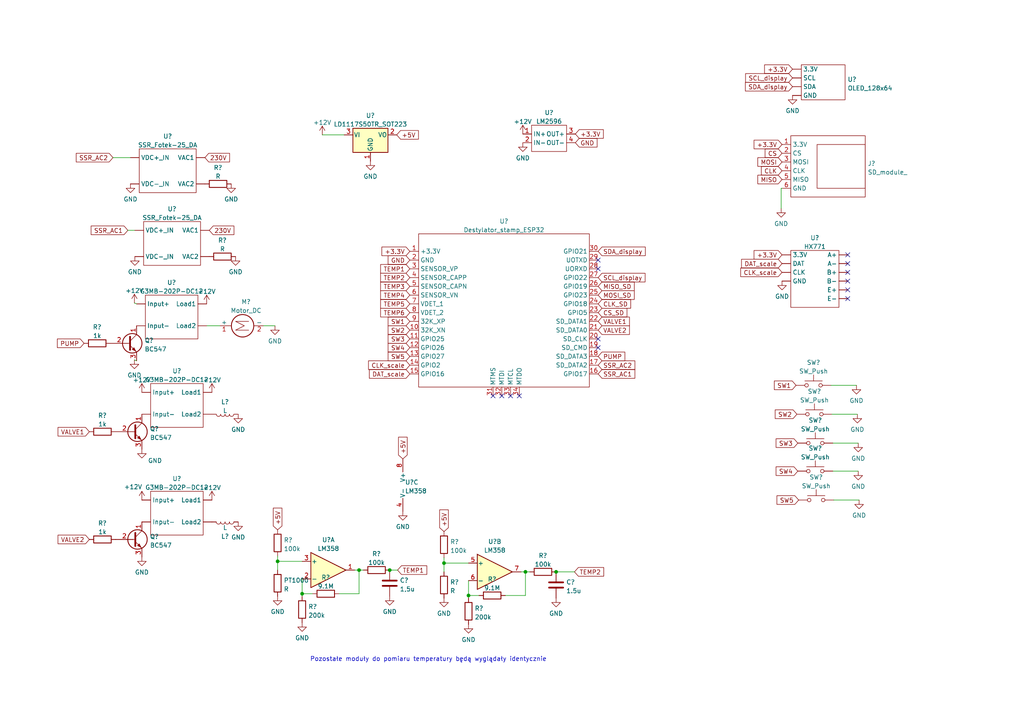
<source format=kicad_sch>
(kicad_sch (version 20211123) (generator eeschema)
  (paper "A4")
  (lib_symbols
    (symbol "Amplifier_Operational:LM358" (pin_names (offset 0.127))
      (property "Reference" "U" (at 0 5.08 0))
      (property "Value" "LM358" (at 0 -5.08 0))
      (symbol "LM358_1_1"
        (polyline (pts (xy -5.08 5.08) (xy 5.08 0) (xy -5.08 -5.08) (xy -5.08 5.08)) (stroke (width 0.254)) (fill (type background)))
        (pin output line (at 7.62 0 180) (length 2.54) (name "~") (number "1"))
        (pin input line (at -7.62 -2.54 0) (length 2.54) (name "-") (number "2"))
        (pin input line (at -7.62 2.54 0) (length 2.54) (name "+") (number "3"))
      )
      (symbol "LM358_2_1"
        (polyline (pts (xy -5.08 5.08) (xy 5.08 0) (xy -5.08 -5.08) (xy -5.08 5.08)) (stroke (width 0.254)) (fill (type background)))
        (pin input line (at -7.62 2.54 0) (length 2.54) (name "+") (number "5"))
        (pin input line (at -7.62 -2.54 0) (length 2.54) (name "-") (number "6"))
        (pin output line (at 7.62 0 180) (length 2.54) (name "~") (number "7"))
      )
      (symbol "LM358_3_1"
        (pin power_in line (at -2.54 -7.62 90) (length 3.81) (name "V-") (number "4"))
        (pin power_in line (at -2.54 7.62 270) (length 3.81) (name "V+") (number "8"))
      )
    )
    (symbol "Destylator_stamp:Destylator_stamp_ESP32"
      (property "Reference" "U" (at 10.16 -26.67 0))
      (property "Value" "Destylator_stamp_ESP32" (at 11.43 -8.89 0))
      (symbol "Destylator_stamp_ESP32_0_1"
        (rectangle (start -13.97 -3.81) (end 35.56 -48.26) (stroke (width 0.1524)))
      )
      (symbol "Destylator_stamp_ESP32_1_1"
        (pin power_in line (at -16.51 -8.89 0) (length 2.54) (name "+3.3V") (number "1"))
        (pin bidirectional line (at -16.51 -31.75 0) (length 2.54) (name "32K_XN") (number "10"))
        (pin bidirectional line (at -16.51 -34.29 0) (length 2.54) (name "GPIO25") (number "11"))
        (pin bidirectional line (at -16.51 -36.83 0) (length 2.54) (name "GPIO26") (number "12"))
        (pin bidirectional line (at -16.51 -39.37 0) (length 2.54) (name "GPIO27") (number "13"))
        (pin bidirectional line (at -16.51 -41.91 0) (length 2.54) (name "GPIO2") (number "14"))
        (pin bidirectional line (at -16.51 -44.45 0) (length 2.54) (name "GPIO16") (number "15"))
        (pin bidirectional line (at 38.1 -44.45 180) (length 2.54) (name "GPIO17") (number "16"))
        (pin bidirectional line (at 38.1 -41.91 180) (length 2.54) (name "SD_DATA2") (number "17"))
        (pin bidirectional line (at 38.1 -39.37 180) (length 2.54) (name "SD_DATA3") (number "18"))
        (pin bidirectional line (at 38.1 -36.83 180) (length 2.54) (name "SD_CMD") (number "19"))
        (pin power_out line (at -16.51 -11.43 0) (length 2.54) (name "GND") (number "2"))
        (pin bidirectional line (at 38.1 -34.29 180) (length 2.54) (name "SD_CLK") (number "20"))
        (pin bidirectional line (at 38.1 -31.75 180) (length 2.54) (name "SD_DATA0") (number "21"))
        (pin bidirectional line (at 38.1 -29.21 180) (length 2.54) (name "SD_DATA1") (number "22"))
        (pin bidirectional line (at 38.1 -26.67 180) (length 2.54) (name "GPIO5") (number "23"))
        (pin bidirectional line (at 38.1 -24.13 180) (length 2.54) (name "GPIO18") (number "24"))
        (pin bidirectional line (at 38.1 -21.59 180) (length 2.54) (name "GPIO23") (number "25"))
        (pin bidirectional line (at 38.1 -19.05 180) (length 2.54) (name "GPIO19") (number "26"))
        (pin bidirectional line (at 38.1 -16.51 180) (length 2.54) (name "GPIO22") (number "27"))
        (pin bidirectional line (at 38.1 -13.97 180) (length 2.54) (name "UORXD") (number "28"))
        (pin bidirectional line (at 38.1 -11.43 180) (length 2.54) (name "UOTXD") (number "29"))
        (pin bidirectional line (at -16.51 -13.97 0) (length 2.54) (name "SENSOR_VP") (number "3"))
        (pin bidirectional line (at 38.1 -8.89 180) (length 2.54) (name "GPIO21") (number "30"))
        (pin bidirectional line (at 7.62 -50.8 90) (length 2.54) (name "MTMS") (number "31"))
        (pin bidirectional line (at 10.16 -50.8 90) (length 2.54) (name "MTDI") (number "32"))
        (pin bidirectional line (at 12.7 -50.8 90) (length 2.54) (name "MTCL") (number "33"))
        (pin bidirectional line (at 15.24 -50.8 90) (length 2.54) (name "MTDO") (number "34"))
        (pin bidirectional line (at -16.51 -16.51 0) (length 2.54) (name "SENSOR_CAPP") (number "4"))
        (pin bidirectional line (at -16.51 -19.05 0) (length 2.54) (name "SENSOR_CAPN") (number "5"))
        (pin bidirectional line (at -16.51 -21.59 0) (length 2.54) (name "SENSOR_VN") (number "6"))
        (pin bidirectional line (at -16.51 -24.13 0) (length 2.54) (name "VDET_1") (number "7"))
        (pin bidirectional line (at -16.51 -26.67 0) (length 2.54) (name "VDET_2") (number "8"))
        (pin bidirectional line (at -16.51 -29.21 0) (length 2.54) (name "32K_XP") (number "9"))
      )
    )
    (symbol "Destylator_stamp:G3MB-202P-DC12"
      (property "Reference" "U" (at 0 0 0))
      (property "Value" "G3MB-202P-DC12" (at 0 0 0))
      (symbol "G3MB-202P-DC12_0_1"
        (rectangle (start -5.08 -2.54) (end 10.16 -15.24) (stroke (width 0.1524)))
      )
      (symbol "G3MB-202P-DC12_1_1"
        (pin input line (at -7.62 -5.08 0) (length 2.54) (name "Input+") (number ""))
        (pin input line (at -7.62 -11.43 0) (length 2.54) (name "Input-") (number ""))
        (pin output line (at 12.7 -5.08 180) (length 2.54) (name "Load1") (number ""))
        (pin bidirectional line (at 12.7 -11.43 180) (length 2.54) (name "Load2") (number ""))
      )
    )
    (symbol "Destylator_stamp:HX771"
      (property "Reference" "U" (at 0 0 0))
      (property "Value" "HX771" (at 6.35 0 0))
      (symbol "HX771_0_1"
        (rectangle (start -2.54 -1.27) (end 11.43 -17.78) (stroke (width 0.1524)))
      )
      (symbol "HX771_1_1"
        (pin input line (at -5.08 -2.54 0) (length 2.54) (name "3.3V") (number ""))
        (pin input line (at 13.97 -2.54 180) (length 2.54) (name "A+") (number ""))
        (pin input line (at 13.97 -5.08 180) (length 2.54) (name "A-") (number ""))
        (pin input line (at 13.97 -7.62 180) (length 2.54) (name "B+") (number ""))
        (pin input line (at 13.97 -10.16 180) (length 2.54) (name "B-") (number ""))
        (pin input line (at -5.08 -7.62 0) (length 2.54) (name "CLK") (number ""))
        (pin output line (at -5.08 -5.08 0) (length 2.54) (name "DAT") (number ""))
        (pin input line (at 13.97 -12.7 180) (length 2.54) (name "E+") (number ""))
        (pin input line (at 13.97 -15.24 180) (length 2.54) (name "E-") (number ""))
        (pin input line (at -5.08 -10.16 0) (length 2.54) (name "GND") (number ""))
      )
    )
    (symbol "Destylator_stamp:LM2596"
      (property "Reference" "U" (at 5.08 1.27 0))
      (property "Value" "LM2596" (at 0 1.27 0))
      (symbol "LM2596_0_1"
        (rectangle (start -3.81 0) (end 6.35 -7.62) (stroke (width 0.1524)))
      )
      (symbol "LM2596_1_1"
        (pin input line (at -6.35 -2.54 0) (length 2.54) (name "IN+") (number "1"))
        (pin input line (at -6.35 -5.08 0) (length 2.54) (name "IN-") (number "2"))
        (pin output line (at 8.89 -2.54 180) (length 2.54) (name "OUT+") (number "3"))
        (pin output line (at 8.89 -5.08 180) (length 2.54) (name "OUT-") (number "4"))
      )
    )
    (symbol "Destylator_stamp:OLED_128x64"
      (property "Reference" "U" (at 0 0 0))
      (property "Value" "OLED_128x64" (at 0 0 0))
      (symbol "OLED_128x64_0_1"
        (rectangle (start -2.54 -1.27) (end 10.16 -11.43) (stroke (width 0.1524)))
      )
      (symbol "OLED_128x64_1_1"
        (pin input line (at -5.08 -2.54 0) (length 2.54) (name "3.3V") (number ""))
        (pin input line (at -5.08 -10.16 0) (length 2.54) (name "GND") (number ""))
        (pin input line (at -5.08 -5.08 0) (length 2.54) (name "SCL") (number ""))
        (pin input line (at -5.08 -7.62 0) (length 2.54) (name "SDA") (number ""))
      )
    )
    (symbol "Destylator_stamp:SD_module_"
      (property "Reference" "J" (at 0 0 0))
      (property "Value" "SD_module_" (at 8.89 0 0))
      (symbol "SD_module__0_1"
        (rectangle (start -3.81 -1.27) (end 17.78 -19.05) (stroke (width 0.1524)))
        (rectangle (start 17.78 -3.81) (end 3.81 -16.51) (stroke (width 0.1524)))
      )
      (symbol "SD_module__1_1"
        (pin input line (at -6.35 -3.81 0) (length 2.54) (name "3.3V") (number "1"))
        (pin bidirectional line (at -6.35 -6.35 0) (length 2.54) (name "CS") (number "2"))
        (pin bidirectional line (at -6.35 -8.89 0) (length 2.54) (name "MOSI") (number "3"))
        (pin bidirectional line (at -6.35 -11.43 0) (length 2.54) (name "CLK") (number "4"))
        (pin bidirectional line (at -6.35 -13.97 0) (length 2.54) (name "MISO") (number "5"))
        (pin input line (at -6.35 -16.51 0) (length 2.54) (name "GND") (number "6"))
      )
    )
    (symbol "Destylator_stamp:SSR_Fotek-25_DA"
      (property "Reference" "U" (at 0 0 0))
      (property "Value" "SSR_Fotek-25_DA" (at 0 0 0))
      (symbol "SSR_Fotek-25_DA_0_1"
        (rectangle (start -6.35 -2.54) (end 10.16 -15.24) (stroke (width 0.1524)))
      )
      (symbol "SSR_Fotek-25_DA_1_1"
        (pin output line (at 12.7 -5.08 180) (length 2.54) (name "VAC1") (number ""))
        (pin output line (at 12.7 -12.7 180) (length 2.54) (name "VAC2") (number ""))
        (pin input line (at -8.89 -5.08 0) (length 2.54) (name "VDC+_IN") (number ""))
        (pin input line (at -8.89 -12.7 0) (length 2.54) (name "VDC-_IN") (number ""))
      )
    )
    (symbol "Device:C" (pin_numbers hide) (pin_names (offset 0.254))
      (property "Reference" "C" (at 0.635 2.54 0))
      (property "Value" "C" (at 0.635 -2.54 0))
      (symbol "C_0_1"
        (polyline (pts (xy -2.032 -0.762) (xy 2.032 -0.762)) (stroke (width 0.508)))
        (polyline (pts (xy -2.032 0.762) (xy 2.032 0.762)) (stroke (width 0.508)))
      )
      (symbol "C_1_1"
        (pin passive line (at 0 3.81 270) (length 2.794) (name "~") (number "1"))
        (pin passive line (at 0 -3.81 90) (length 2.794) (name "~") (number "2"))
      )
    )
    (symbol "Device:L" (pin_numbers hide) (pin_names (offset 1.016) hide)
      (property "Reference" "L" (at -1.27 0 90))
      (property "Value" "L" (at 1.905 0 90))
      (symbol "L_0_1"
        (arc (start 0 -2.54) (mid 0.635 -1.905) (end 0 -1.27))
        (arc (start 0 -1.27) (mid 0.635 -0.635) (end 0 0))
        (arc (start 0 0) (mid 0.635 0.635) (end 0 1.27))
        (arc (start 0 1.27) (mid 0.635 1.905) (end 0 2.54))
      )
      (symbol "L_1_1"
        (pin passive line (at 0 3.81 270) (length 1.27) (name "1") (number "1"))
        (pin passive line (at 0 -3.81 90) (length 1.27) (name "2") (number "2"))
      )
    )
    (symbol "Device:R" (pin_numbers hide) (pin_names (offset 0))
      (property "Reference" "R" (at 2.032 0 90))
      (property "Value" "R" (at 0 0 90))
      (symbol "R_0_1"
        (rectangle (start -1.016 -2.54) (end 1.016 2.54) (stroke (width 0.254)))
      )
      (symbol "R_1_1"
        (pin passive line (at 0 3.81 270) (length 1.27) (name "~") (number "1"))
        (pin passive line (at 0 -3.81 90) (length 1.27) (name "~") (number "2"))
      )
    )
    (symbol "Motor:Motor_DC" (pin_names (offset 0))
      (property "Reference" "M" (at 2.54 2.54 0))
      (property "Value" "Motor_DC" (at 2.54 -5.08 0))
      (symbol "Motor_DC_0_0"
        (polyline (pts (xy -1.27 -3.302) (xy -1.27 0.508) (xy 0 -2.032) (xy 1.27 0.508) (xy 1.27 -3.302)))
      )
      (symbol "Motor_DC_0_1"
        (circle (center 0 -1.524) (radius 3.2512) (stroke (width 0.254)))
        (polyline (pts (xy 0 -7.62) (xy 0 -7.112)))
        (polyline (pts (xy 0 -4.7752) (xy 0 -5.1816)))
        (polyline (pts (xy 0 1.7272) (xy 0 2.0828)))
        (polyline (pts (xy 0 2.032) (xy 0 2.54)))
      )
      (symbol "Motor_DC_1_1"
        (pin passive line (at 0 5.08 270) (length 2.54) (name "+") (number "1"))
        (pin passive line (at 0 -7.62 90) (length 2.54) (name "-") (number "2"))
      )
    )
    (symbol "Regulator_Linear:LD1117S50TR_SOT223" (pin_names (offset 0.254))
      (property "Reference" "U" (at -3.81 3.175 0))
      (property "Value" "LD1117S50TR_SOT223" (at 0 3.175 0))
      (symbol "LD1117S50TR_SOT223_0_1"
        (rectangle (start -5.08 -5.08) (end 5.08 1.905) (stroke (width 0.254)) (fill (type background)))
      )
      (symbol "LD1117S50TR_SOT223_1_1"
        (pin power_in line (at 0 -7.62 90) (length 2.54) (name "GND") (number "1"))
        (pin power_out line (at 7.62 0 180) (length 2.54) (name "VO") (number "2"))
        (pin power_in line (at -7.62 0 0) (length 2.54) (name "VI") (number "3"))
      )
    )
    (symbol "Switch:SW_Push" (pin_numbers hide) (pin_names (offset 1.016) hide)
      (property "Reference" "SW" (at 1.27 2.54 0))
      (property "Value" "SW_Push" (at 0 -1.524 0))
      (symbol "SW_Push_0_1"
        (circle (center -2.032 0) (radius 0.508))
        (polyline (pts (xy 0 1.27) (xy 0 3.048)))
        (polyline (pts (xy 2.54 1.27) (xy -2.54 1.27)))
        (circle (center 2.032 0) (radius 0.508))
        (pin passive line (at -5.08 0 0) (length 2.54) (name "1") (number "1"))
        (pin passive line (at 5.08 0 180) (length 2.54) (name "2") (number "2"))
      )
    )
    (symbol "Transistor_BJT:BC547" (pin_names (offset 0) hide)
      (property "Reference" "Q" (at 5.08 1.905 0))
      (property "Value" "BC547" (at 5.08 0 0))
      (symbol "BC547_0_1"
        (polyline (pts (xy 0 0) (xy 0.635 0)))
        (polyline (pts (xy 0.635 0.635) (xy 2.54 2.54)))
        (polyline (pts (xy 0.635 -0.635) (xy 2.54 -2.54) (xy 2.54 -2.54)))
        (polyline (pts (xy 0.635 1.905) (xy 0.635 -1.905) (xy 0.635 -1.905)) (stroke (width 0.508)))
        (polyline (pts (xy 1.27 -1.778) (xy 1.778 -1.27) (xy 2.286 -2.286) (xy 1.27 -1.778) (xy 1.27 -1.778)) (fill (type outline)))
        (circle (center 1.27 0) (radius 2.8194) (stroke (width 0.254)))
      )
      (symbol "BC547_1_1"
        (pin passive line (at 2.54 5.08 270) (length 2.54) (name "C") (number "1"))
        (pin input line (at -5.08 0 0) (length 5.08) (name "B") (number "2"))
        (pin passive line (at 2.54 -5.08 90) (length 2.54) (name "E") (number "3"))
      )
    )
    (symbol "power:+12V" (power) (pin_names (offset 0))
      (property "Value" "+12V" (at 0 3.556 0))
      (symbol "+12V_0_1"
        (polyline (pts (xy -0.762 1.27) (xy 0 2.54)))
        (polyline (pts (xy 0 0) (xy 0 2.54)))
        (polyline (pts (xy 0 2.54) (xy 0.762 1.27)))
      )
      (symbol "+12V_1_1"
        (pin power_in line (at 0 0 90) (length 0) hide (name "+12V") (number "1"))
      )
    )
    (symbol "power:GND" (power) (pin_names (offset 0))
      (property "Value" "GND" (at 0 -3.81 0))
      (symbol "GND_0_1"
        (polyline (pts (xy 0 0) (xy 0 -1.27) (xy 1.27 -1.27) (xy 0 -2.54) (xy -1.27 -1.27) (xy 0 -1.27)))
      )
      (symbol "GND_1_1"
        (pin power_in line (at 0 0 270) (length 0) hide (name "GND") (number "1"))
      )
    )
  )
  (junction (at 87.63 172.212))
  (junction (at 161.29 165.862))
  (junction (at 104.14 165.354))
  (junction (at 135.89 172.72))
  (junction (at 80.518 162.814))
  (junction (at 113.03 165.354))
  (junction (at 152.4 165.862))
  (junction (at 128.778 163.322))
  (no_connect (at 143.002 114.808))
  (no_connect (at 145.542 114.808))
  (no_connect (at 148.082 114.808))
  (no_connect (at 150.622 114.808))
  (no_connect (at 173.482 98.298))
  (no_connect (at 173.482 100.838))
  (no_connect (at 173.482 75.438))
  (no_connect (at 173.482 77.978))
  (no_connect (at 245.872 73.914))
  (no_connect (at 245.872 76.454))
  (no_connect (at 245.872 78.994))
  (no_connect (at 245.872 81.534))
  (no_connect (at 245.872 84.074))
  (no_connect (at 245.872 86.614))
  (wire (pts (xy 128.778 163.322) (xy 135.89 163.322)))
  (wire (pts (xy 138.938 172.72) (xy 135.89 172.72)))
  (wire (pts (xy 166.624 165.862) (xy 161.29 165.862)))
  (wire (pts (xy 59.944 94.488) (xy 63.754 94.488)))
  (wire (pts (xy 39.624 88.138) (xy 38.989 87.884)))
  (wire (pts (xy 151.13 165.862) (xy 152.4 165.862)))
  (wire (pts (xy 37.084 66.802) (xy 39.116 66.802)))
  (wire (pts (xy 80.518 162.814) (xy 80.518 165.354)))
  (wire (pts (xy 80.518 161.29) (xy 80.518 162.814)))
  (wire (pts (xy 241.3 120.142) (xy 248.666 120.142)))
  (wire (pts (xy 98.298 172.212) (xy 104.14 172.212)))
  (wire (pts (xy 152.4 165.862) (xy 153.67 165.862)))
  (wire (pts (xy 102.87 165.354) (xy 104.14 165.354)))
  (wire (pts (xy 135.89 168.402) (xy 135.89 172.72)))
  (wire (pts (xy 241.554 136.652) (xy 248.92 136.652)))
  (wire (pts (xy 76.454 94.488) (xy 79.756 94.488)))
  (wire (pts (xy 241.554 128.524) (xy 248.92 128.524)))
  (wire (pts (xy 152.4 172.72) (xy 152.4 165.862)))
  (wire (pts (xy 104.14 172.212) (xy 104.14 165.354)))
  (wire (pts (xy 39.624 104.648) (xy 38.989 104.394)))
  (wire (pts (xy 241.808 145.034) (xy 249.174 145.034)))
  (wire (pts (xy 115.316 165.354) (xy 113.03 165.354)))
  (wire (pts (xy 146.558 172.72) (xy 152.4 172.72)))
  (wire (pts (xy 241.046 111.76) (xy 248.412 111.76)))
  (wire (pts (xy 87.63 167.894) (xy 87.63 172.212)))
  (wire (pts (xy 226.568 60.452) (xy 226.568 54.61)))
  (wire (pts (xy 128.778 163.322) (xy 128.778 165.862)))
  (wire (pts (xy 128.778 161.798) (xy 128.778 163.322)))
  (wire (pts (xy 226.568 54.61) (xy 226.822 54.61)))
  (wire (pts (xy 32.766 45.72) (xy 37.846 45.72)))
  (wire (pts (xy 80.518 162.814) (xy 87.63 162.814)))
  (wire (pts (xy 93.472 39.116) (xy 99.822 39.116)))
  (wire (pts (xy 104.14 165.354) (xy 105.41 165.354)))
  (wire (pts (xy 87.63 172.212) (xy 87.63 172.974)))
  (wire (pts (xy 135.89 172.72) (xy 135.89 173.482)))
  (wire (pts (xy 90.678 172.212) (xy 87.63 172.212)))
  (text "Pozostałe moduły do pomiaru temperatury będą wyglądały identycznie" (at 89.916 192.024 0) (effects (font (size 1.27 1.27)) (justify left bottom)))
  (global_label "MISO" (shape input) (at 226.822 52.07 180) (property "Intersheet References" "${INTERSHEET_REFS}" (effects hide)))
  (global_label "+5V" (shape input) (at 116.84 133.096 90) (property "Intersheet References" "${INTERSHEET_REFS}" (effects hide)))
  (global_label "TEMP2" (shape input) (at 166.624 165.862 0) (property "Intersheet References" "${INTERSHEET_REFS}" (effects hide)))
  (global_label "SSR_AC1" (shape input) (at 37.084 66.802 180) (property "Intersheet References" "${INTERSHEET_REFS}" (effects hide)))
  (global_label "SSR_AC1" (shape input) (at 173.482 108.458 0) (property "Intersheet References" "${INTERSHEET_REFS}" (effects hide)))
  (global_label "+3.3V" (shape input) (at 226.822 73.914 180) (property "Intersheet References" "${INTERSHEET_REFS}" (effects hide)))
  (global_label "MISO_SD" (shape input) (at 173.482 83.058 0) (property "Intersheet References" "${INTERSHEET_REFS}" (effects hide)))
  (global_label "+3.3V" (shape input) (at 166.878 38.862 0) (property "Intersheet References" "${INTERSHEET_REFS}" (effects hide)))
  (global_label "DAT_scale" (shape input) (at 118.872 108.458 180) (property "Intersheet References" "${INTERSHEET_REFS}" (effects hide)))
  (global_label "VALVE2" (shape input) (at 173.482 95.758 0) (property "Intersheet References" "${INTERSHEET_REFS}" (effects hide)))
  (global_label "SW4" (shape input) (at 118.872 100.838 180) (property "Intersheet References" "${INTERSHEET_REFS}" (effects hide)))
  (global_label "TEMP6" (shape input) (at 118.872 90.678 180) (property "Intersheet References" "${INTERSHEET_REFS}" (effects hide)))
  (global_label "TEMP2" (shape input) (at 118.872 80.518 180) (property "Intersheet References" "${INTERSHEET_REFS}" (effects hide)))
  (global_label "MOSI" (shape input) (at 226.822 46.99 180) (property "Intersheet References" "${INTERSHEET_REFS}" (effects hide)))
  (global_label "SW4" (shape input) (at 231.394 136.652 180) (property "Intersheet References" "${INTERSHEET_REFS}" (effects hide)))
  (global_label "GND" (shape input) (at 118.872 75.438 180) (property "Intersheet References" "${INTERSHEET_REFS}" (effects hide)))
  (global_label "SW5" (shape input) (at 118.872 103.378 180) (property "Intersheet References" "${INTERSHEET_REFS}" (effects hide)))
  (global_label "SCL_display" (shape input) (at 173.482 80.518 0) (property "Intersheet References" "${INTERSHEET_REFS}" (effects hide)))
  (global_label "CS_SD" (shape input) (at 173.482 90.678 0) (property "Intersheet References" "${INTERSHEET_REFS}" (effects hide)))
  (global_label "+5V" (shape input) (at 115.062 39.116 0) (property "Intersheet References" "${INTERSHEET_REFS}" (effects hide)))
  (global_label "TEMP3" (shape input) (at 118.872 83.058 180) (property "Intersheet References" "${INTERSHEET_REFS}" (effects hide)))
  (global_label "230V" (shape input) (at 60.706 66.802 0) (property "Intersheet References" "${INTERSHEET_REFS}" (effects hide)))
  (global_label "SW5" (shape input) (at 231.648 145.034 180) (property "Intersheet References" "${INTERSHEET_REFS}" (effects hide)))
  (global_label "TEMP4" (shape input) (at 118.872 85.598 180) (property "Intersheet References" "${INTERSHEET_REFS}" (effects hide)))
  (global_label "SW3" (shape input) (at 231.394 128.524 180) (property "Intersheet References" "${INTERSHEET_REFS}" (effects hide)))
  (global_label "CLK" (shape input) (at 226.822 49.53 180) (property "Intersheet References" "${INTERSHEET_REFS}" (effects hide)))
  (global_label "PUMP" (shape input) (at 173.482 103.378 0) (property "Intersheet References" "${INTERSHEET_REFS}" (effects hide)))
  (global_label "VALVE1" (shape input) (at 25.908 125.222 180) (property "Intersheet References" "${INTERSHEET_REFS}" (effects hide)))
  (global_label "SDA_display" (shape input) (at 229.87 25.146 180) (property "Intersheet References" "${INTERSHEET_REFS}" (effects hide)))
  (global_label "+5V" (shape input) (at 80.518 153.67 90) (property "Intersheet References" "${INTERSHEET_REFS}" (effects hide)))
  (global_label "+3.3V" (shape input) (at 118.872 72.898 180) (property "Intersheet References" "${INTERSHEET_REFS}" (effects hide)))
  (global_label "TEMP1" (shape input) (at 118.872 77.978 180) (property "Intersheet References" "${INTERSHEET_REFS}" (effects hide)))
  (global_label "TEMP1" (shape input) (at 115.316 165.354 0) (property "Intersheet References" "${INTERSHEET_REFS}" (effects hide)))
  (global_label "GND" (shape input) (at 166.878 41.402 0) (property "Intersheet References" "${INTERSHEET_REFS}" (effects hide)))
  (global_label "SCL_display" (shape input) (at 229.87 22.606 180) (property "Intersheet References" "${INTERSHEET_REFS}" (effects hide)))
  (global_label "VALVE1" (shape input) (at 173.482 93.218 0) (property "Intersheet References" "${INTERSHEET_REFS}" (effects hide)))
  (global_label "+3.3V" (shape input) (at 229.87 20.066 180) (property "Intersheet References" "${INTERSHEET_REFS}" (effects hide)))
  (global_label "+5V" (shape input) (at 128.778 154.178 90) (property "Intersheet References" "${INTERSHEET_REFS}" (effects hide)))
  (global_label "TEMP5" (shape input) (at 118.872 88.138 180) (property "Intersheet References" "${INTERSHEET_REFS}" (effects hide)))
  (global_label "SW2" (shape input) (at 231.14 120.142 180) (property "Intersheet References" "${INTERSHEET_REFS}" (effects hide)))
  (global_label "CS" (shape input) (at 226.822 44.45 180) (property "Intersheet References" "${INTERSHEET_REFS}" (effects hide)))
  (global_label "CLK_scale" (shape input) (at 226.822 78.994 180) (property "Intersheet References" "${INTERSHEET_REFS}" (effects hide)))
  (global_label "SW1" (shape input) (at 230.886 111.76 180) (property "Intersheet References" "${INTERSHEET_REFS}" (effects hide)))
  (global_label "MOSI_SD" (shape input) (at 173.482 85.598 0) (property "Intersheet References" "${INTERSHEET_REFS}" (effects hide)))
  (global_label "SSR_AC2" (shape input) (at 173.482 105.918 0) (property "Intersheet References" "${INTERSHEET_REFS}" (effects hide)))
  (global_label "+3.3V" (shape input) (at 226.822 41.91 180) (property "Intersheet References" "${INTERSHEET_REFS}" (effects hide)))
  (global_label "VALVE2" (shape input) (at 25.908 156.464 180) (property "Intersheet References" "${INTERSHEET_REFS}" (effects hide)))
  (global_label "CLK_scale" (shape input) (at 118.872 105.918 180) (property "Intersheet References" "${INTERSHEET_REFS}" (effects hide)))
  (global_label "SW3" (shape input) (at 118.872 98.298 180) (property "Intersheet References" "${INTERSHEET_REFS}" (effects hide)))
  (global_label "SDA_display" (shape input) (at 173.482 72.898 0) (property "Intersheet References" "${INTERSHEET_REFS}" (effects hide)))
  (global_label "DAT_scale" (shape input) (at 226.822 76.454 180) (property "Intersheet References" "${INTERSHEET_REFS}" (effects hide)))
  (global_label "SW2" (shape input) (at 118.872 95.758 180) (property "Intersheet References" "${INTERSHEET_REFS}" (effects hide)))
  (global_label "PUMP" (shape input) (at 24.384 99.568 180) (property "Intersheet References" "${INTERSHEET_REFS}" (effects hide)))
  (global_label "SSR_AC2" (shape input) (at 32.766 45.72 180) (property "Intersheet References" "${INTERSHEET_REFS}" (effects hide)))
  (global_label "SW1" (shape input) (at 118.872 93.218 180) (property "Intersheet References" "${INTERSHEET_REFS}" (effects hide)))
  (global_label "CLK_SD" (shape input) (at 173.482 88.138 0) (property "Intersheet References" "${INTERSHEET_REFS}" (effects hide)))
  (global_label "230V" (shape input) (at 59.436 45.72 0) (property "Intersheet References" "${INTERSHEET_REFS}" (effects hide)))
  (symbol (lib_id "Destylator_stamp:OLED_128x64") (at 234.95 17.526 0) (unit 1)
    (property "Reference" "U?" (at 245.8212 23.0413 0) (effects (justify left)))
    (property "Value" "OLED_128x64" (at 245.8212 25.5782 0) (effects (justify left)))
  )
  (symbol (lib_id "power:+12V") (at 59.944 88.138 0) (unit 1)
    (property "Reference" "#PWR?" (effects hide))
    (property "Value" "+12V" (at 59.944 84.5622 0))
  )
  (symbol (lib_id "Amplifier_Operational:LM358") (at 143.51 165.862 0) (unit 2)
    (property "Reference" "U?" (at 143.51 157.0822 0))
    (property "Value" "LM358" (at 143.51 159.6191 0))
    (property "Datasheet" "http://www.ti.com/lit/ds/symlink/lm2904-n.pdf" (effects hide))
  )
  (symbol (lib_id "power:GND") (at 128.778 173.482 0) (unit 1)
    (property "Reference" "#PWR?" (effects hide))
    (property "Value" "GND" (at 128.778 177.9254 0))
  )
  (symbol (lib_id "Device:R") (at 29.718 156.464 90) (unit 1)
    (property "Reference" "R?" (at 29.718 151.7482 90))
    (property "Value" "1k" (at 29.718 154.2851 90))
  )
  (symbol (lib_id "power:GND") (at 229.87 27.686 0) (unit 1)
    (property "Reference" "#PWR?" (effects hide))
    (property "Value" "GND" (at 229.87 32.1294 0))
  )
  (symbol (lib_id "power:GND") (at 87.63 180.594 0) (unit 1)
    (property "Reference" "#PWR?" (effects hide))
    (property "Value" "GND" (at 87.63 185.0374 0))
  )
  (symbol (lib_id "power:GND") (at 135.89 181.102 0) (unit 1)
    (property "Reference" "#PWR?" (effects hide))
    (property "Value" "GND" (at 135.89 185.5454 0))
  )
  (symbol (lib_id "Device:R") (at 135.89 177.292 0) (unit 1)
    (property "Reference" "R?" (at 137.668 176.4573 0) (effects (justify left)))
    (property "Value" "200k" (at 137.668 178.9942 0) (effects (justify left)))
  )
  (symbol (lib_id "Transistor_BJT:BC547") (at 37.084 99.568 0) (unit 1)
    (property "Reference" "Q?" (at 41.9354 98.7333 0) (effects (justify left)))
    (property "Value" "BC547" (at 41.9354 101.2702 0) (effects (justify left)))
    (property "Footprint" "Package_TO_SOT_THT:TO-92_Inline" (effects hide))
    (property "Datasheet" "https://www.onsemi.com/pub/Collateral/BC550-D.pdf" (effects hide))
  )
  (symbol (lib_id "power:GND") (at 69.088 151.384 0) (unit 1)
    (property "Reference" "#PWR?" (effects hide))
    (property "Value" "GND" (at 69.088 155.8274 0))
  )
  (symbol (lib_id "Device:L") (at 65.278 120.142 270) (unit 1)
    (property "Reference" "L?" (at 65.278 116.5692 90))
    (property "Value" "L" (at 65.278 119.1061 90))
  )
  (symbol (lib_id "Device:R") (at 157.48 165.862 90) (unit 1)
    (property "Reference" "R?" (at 157.48 161.1462 90))
    (property "Value" "100k" (at 157.48 163.6831 90))
  )
  (symbol (lib_id "Device:C") (at 161.29 169.672 0) (unit 1)
    (property "Reference" "C?" (at 164.211 168.8373 0) (effects (justify left)))
    (property "Value" "1.5u" (at 164.211 171.3742 0) (effects (justify left)))
  )
  (symbol (lib_id "power:GND") (at 226.822 81.534 0) (unit 1)
    (property "Reference" "#PWR?" (effects hide))
    (property "Value" "GND" (at 226.822 85.9774 0))
  )
  (symbol (lib_id "Device:R") (at 128.778 157.988 0) (unit 1)
    (property "Reference" "R?" (at 130.556 157.1533 0) (effects (justify left)))
    (property "Value" "100k" (at 130.556 159.6902 0) (effects (justify left)))
  )
  (symbol (lib_id "power:GND") (at 248.666 120.142 0) (unit 1)
    (property "Reference" "#PWR?" (effects hide))
    (property "Value" "GND" (at 248.666 124.5854 0))
  )
  (symbol (lib_id "power:+12V") (at 151.638 38.862 0) (unit 1)
    (property "Reference" "#PWR?" (effects hide))
    (property "Value" "+12V" (at 151.638 35.2862 0))
  )
  (symbol (lib_id "Regulator_Linear:LD1117S50TR_SOT223") (at 107.442 39.116 0) (unit 1)
    (property "Reference" "U?" (at 107.442 33.5112 0))
    (property "Value" "LD1117S50TR_SOT223" (at 107.442 36.0481 0))
    (property "Footprint" "Package_TO_SOT_SMD:SOT-223-3_TabPin2" (effects hide))
    (property "Datasheet" "http://www.st.com/st-web-ui/static/active/en/resource/technical/document/datasheet/CD00000544.pdf" (effects hide))
  )
  (symbol (lib_id "Device:R") (at 63.246 53.34 90) (unit 1)
    (property "Reference" "R?" (at 63.246 48.6242 90))
    (property "Value" "R" (at 63.246 51.1611 90))
  )
  (symbol (lib_id "Device:R") (at 87.63 176.784 0) (unit 1)
    (property "Reference" "R?" (at 89.408 175.9493 0) (effects (justify left)))
    (property "Value" "200k" (at 89.408 178.4862 0) (effects (justify left)))
  )
  (symbol (lib_id "Destylator_stamp:SD_module_") (at 233.172 38.1 0) (unit 1)
    (property "Reference" "J?" (at 251.6632 47.4253 0) (effects (justify left)))
    (property "Value" "SD_module_" (at 251.6632 49.9622 0) (effects (justify left)))
  )
  (symbol (lib_id "power:GND") (at 151.638 41.402 0) (unit 1)
    (property "Reference" "#PWR?" (effects hide))
    (property "Value" "GND" (at 151.638 45.8454 0))
  )
  (symbol (lib_id "power:GND") (at 113.03 172.974 0) (unit 1)
    (property "Reference" "#PWR?" (effects hide))
    (property "Value" "GND" (at 113.03 177.4174 0))
  )
  (symbol (lib_id "power:+12V") (at 93.472 39.116 0) (unit 1)
    (property "Reference" "#PWR?" (effects hide))
    (property "Value" "+12V" (at 93.472 35.5402 0))
  )
  (symbol (lib_id "Device:R") (at 94.488 172.212 90) (unit 1)
    (property "Reference" "R?" (at 94.488 167.4962 90))
    (property "Value" "9.1M" (at 94.488 170.0331 90))
  )
  (symbol (lib_id "power:GND") (at 116.84 148.336 0) (unit 1)
    (property "Reference" "#PWR?" (effects hide))
    (property "Value" "GND" (at 116.84 152.7794 0))
  )
  (symbol (lib_id "Destylator_stamp:Destylator_stamp_ESP32") (at 135.382 64.008 0) (unit 1)
    (property "Reference" "U?" (at 146.177 64.169 0))
    (property "Value" "Destylator_stamp_ESP32" (at 146.177 66.7059 0))
  )
  (symbol (lib_id "Switch:SW_Push") (at 236.728 145.034 0) (unit 1)
    (property "Reference" "SW?" (at 236.728 138.4132 0))
    (property "Value" "SW_Push" (at 236.728 140.9501 0))
  )
  (symbol (lib_id "Motor:Motor_DC") (at 68.834 94.488 90) (unit 1)
    (property "Reference" "M?" (at 71.374 87.537 90))
    (property "Value" "Motor_DC" (at 71.374 90.0739 90))
  )
  (symbol (lib_id "power:GND") (at 67.056 53.34 0) (unit 1)
    (property "Reference" "#PWR?" (effects hide))
    (property "Value" "GND" (at 67.056 57.7834 0))
  )
  (symbol (lib_id "power:GND") (at 69.088 120.142 0) (unit 1)
    (property "Reference" "#PWR?" (effects hide))
    (property "Value" "GND" (at 69.088 124.5854 0))
  )
  (symbol (lib_id "Device:R") (at 142.748 172.72 90) (unit 1)
    (property "Reference" "R?" (at 142.748 168.0042 90))
    (property "Value" "9.1M" (at 142.748 170.5411 90))
  )
  (symbol (lib_id "power:GND") (at 41.148 130.302 0) (unit 1)
    (property "Reference" "#PWR?" (effects hide))
    (property "Value" "GND" (at 44.958 133.604 0))
  )
  (symbol (lib_id "Switch:SW_Push") (at 236.474 128.524 0) (unit 1)
    (property "Reference" "SW?" (at 236.474 121.9032 0))
    (property "Value" "SW_Push" (at 236.474 124.4401 0))
  )
  (symbol (lib_id "Device:R") (at 109.22 165.354 90) (unit 1)
    (property "Reference" "R?" (at 109.22 160.6382 90))
    (property "Value" "100k" (at 109.22 163.1751 90))
  )
  (symbol (lib_id "Switch:SW_Push") (at 235.966 111.76 0) (unit 1)
    (property "Reference" "SW?" (at 235.966 105.1392 0))
    (property "Value" "SW_Push" (at 235.966 107.6761 0))
  )
  (symbol (lib_id "Transistor_BJT:BC547") (at 38.608 156.464 0) (unit 1)
    (property "Reference" "Q?" (at 43.4594 155.6293 0) (effects (justify left)))
    (property "Value" "BC547" (at 43.4594 158.1662 0) (effects (justify left)))
    (property "Footprint" "Package_TO_SOT_THT:TO-92_Inline" (effects hide))
    (property "Datasheet" "https://www.onsemi.com/pub/Collateral/BC550-D.pdf" (effects hide))
  )
  (symbol (lib_id "power:GND") (at 68.326 74.422 0) (unit 1)
    (property "Reference" "#PWR?" (effects hide))
    (property "Value" "GND" (at 68.326 78.8654 0))
  )
  (symbol (lib_id "Destylator_stamp:G3MB-202P-DC12") (at 48.768 139.954 0) (unit 1)
    (property "Reference" "U?" (at 51.308 138.845 0))
    (property "Value" "G3MB-202P-DC12" (at 51.308 141.3819 0))
  )
  (symbol (lib_id "power:+12V") (at 61.468 145.034 0) (unit 1)
    (property "Reference" "#PWR?" (effects hide))
    (property "Value" "+12V" (at 61.468 141.4582 0))
  )
  (symbol (lib_id "Device:R") (at 128.778 169.672 0) (unit 1)
    (property "Reference" "R?" (at 130.556 168.8373 0) (effects (justify left)))
    (property "Value" "R" (at 130.556 171.3742 0) (effects (justify left)))
  )
  (symbol (lib_id "Device:L") (at 65.278 151.384 270) (unit 1)
    (property "Reference" "L?" (at 65.278 155.5918 90))
    (property "Value" "L" (at 65.278 153.0549 90))
  )
  (symbol (lib_id "power:GND") (at 39.116 74.422 0) (unit 1)
    (property "Reference" "#PWR?" (effects hide))
    (property "Value" "GND" (at 39.116 78.8654 0))
  )
  (symbol (lib_id "power:GND") (at 248.92 136.652 0) (unit 1)
    (property "Reference" "#PWR?" (effects hide))
    (property "Value" "GND" (at 248.92 141.0954 0))
  )
  (symbol (lib_id "power:GND") (at 248.412 111.76 0) (unit 1)
    (property "Reference" "#PWR?" (effects hide))
    (property "Value" "GND" (at 248.412 116.2034 0))
  )
  (symbol (lib_id "Switch:SW_Push") (at 236.474 136.652 0) (unit 1)
    (property "Reference" "SW?" (at 236.474 130.0312 0))
    (property "Value" "SW_Push" (at 236.474 132.5681 0))
  )
  (symbol (lib_id "power:GND") (at 37.846 53.34 0) (unit 1)
    (property "Reference" "#PWR?" (effects hide))
    (property "Value" "GND" (at 37.846 57.7834 0))
  )
  (symbol (lib_id "power:GND") (at 80.518 172.974 0) (unit 1)
    (property "Reference" "#PWR?" (effects hide))
    (property "Value" "GND" (at 80.518 177.4174 0))
  )
  (symbol (lib_id "Device:R") (at 28.194 99.568 90) (unit 1)
    (property "Reference" "R?" (at 28.194 94.8522 90))
    (property "Value" "1k" (at 28.194 97.3891 90))
  )
  (symbol (lib_id "Switch:SW_Push") (at 236.22 120.142 0) (unit 1)
    (property "Reference" "SW?" (at 236.22 113.5212 0))
    (property "Value" "SW_Push" (at 236.22 116.0581 0))
  )
  (symbol (lib_id "Destylator_stamp:G3MB-202P-DC12") (at 47.244 83.058 0) (unit 1)
    (property "Reference" "U?" (at 49.784 81.949 0))
    (property "Value" "G3MB-202P-DC12" (at 49.784 84.4859 0))
  )
  (symbol (lib_id "Device:R") (at 80.518 157.48 0) (unit 1)
    (property "Reference" "R?" (at 82.296 156.6453 0) (effects (justify left)))
    (property "Value" "100k" (at 82.296 159.1822 0) (effects (justify left)))
  )
  (symbol (lib_id "Device:R") (at 80.518 169.164 0) (unit 1)
    (property "Reference" "PT1000" (at 82.296 168.3293 0) (effects (justify left)))
    (property "Value" "R" (at 82.296 170.8662 0) (effects (justify left)))
  )
  (symbol (lib_id "Device:R") (at 64.516 74.422 90) (unit 1)
    (property "Reference" "R?" (at 64.516 69.7062 90))
    (property "Value" "R" (at 64.516 72.2431 90))
  )
  (symbol (lib_id "power:+12V") (at 41.148 145.034 0) (unit 1)
    (property "Reference" "#PWR?" (effects hide))
    (property "Value" "+12V" (at 38.608 141.224 0))
  )
  (symbol (lib_id "Device:R") (at 29.718 125.222 90) (unit 1)
    (property "Reference" "R?" (at 29.718 120.5062 90))
    (property "Value" "1k" (at 29.718 123.0431 90))
  )
  (symbol (lib_id "power:GND") (at 41.148 161.544 0) (unit 1)
    (property "Reference" "#PWR?" (effects hide))
    (property "Value" "GND" (at 41.148 165.9874 0))
  )
  (symbol (lib_id "Destylator_stamp:LM2596") (at 157.988 36.322 0) (unit 1)
    (property "Reference" "U?" (at 159.258 32.673 0))
    (property "Value" "LM2596" (at 159.258 35.2099 0))
  )
  (symbol (lib_id "Destylator_stamp:HX771") (at 231.902 71.374 0) (unit 1)
    (property "Reference" "U?" (at 236.347 68.995 0))
    (property "Value" "HX771" (at 236.347 71.5319 0))
  )
  (symbol (lib_id "power:GND") (at 248.92 128.524 0) (unit 1)
    (property "Reference" "#PWR?" (effects hide))
    (property "Value" "GND" (at 248.92 132.9674 0))
  )
  (symbol (lib_id "Amplifier_Operational:LM358") (at 119.38 140.716 0) (unit 3)
    (property "Reference" "U?" (at 117.475 139.8813 0) (effects (justify left)))
    (property "Value" "LM358" (at 117.475 142.4182 0) (effects (justify left)))
    (property "Datasheet" "http://www.ti.com/lit/ds/symlink/lm2904-n.pdf" (effects hide))
  )
  (symbol (lib_id "Transistor_BJT:BC547") (at 38.608 125.222 0) (unit 1)
    (property "Reference" "Q?" (at 43.4594 124.3873 0) (effects (justify left)))
    (property "Value" "BC547" (at 43.4594 126.9242 0) (effects (justify left)))
    (property "Footprint" "Package_TO_SOT_THT:TO-92_Inline" (effects hide))
    (property "Datasheet" "https://www.onsemi.com/pub/Collateral/BC550-D.pdf" (effects hide))
  )
  (symbol (lib_id "Destylator_stamp:G3MB-202P-DC12") (at 48.768 108.712 0) (unit 1)
    (property "Reference" "U?" (at 51.308 107.603 0))
    (property "Value" "G3MB-202P-DC12" (at 51.308 110.1399 0))
  )
  (symbol (lib_id "power:GND") (at 226.568 60.452 0) (unit 1)
    (property "Reference" "#PWR?" (effects hide))
    (property "Value" "GND" (at 226.568 64.8954 0))
  )
  (symbol (lib_id "Amplifier_Operational:LM358") (at 95.25 165.354 0) (unit 1)
    (property "Reference" "U?" (at 95.25 156.5742 0))
    (property "Value" "LM358" (at 95.25 159.1111 0))
    (property "Datasheet" "http://www.ti.com/lit/ds/symlink/lm2904-n.pdf" (effects hide))
  )
  (symbol (lib_id "power:GND") (at 79.756 94.488 0) (unit 1)
    (property "Reference" "#PWR?" (effects hide))
    (property "Value" "GND" (at 79.756 98.9314 0))
  )
  (symbol (lib_id "power:GND") (at 249.174 145.034 0) (unit 1)
    (property "Reference" "#PWR?" (effects hide))
    (property "Value" "GND" (at 249.174 149.4774 0))
  )
  (symbol (lib_id "power:+12V") (at 38.989 87.884 0) (unit 1)
    (property "Reference" "#PWR?" (effects hide))
    (property "Value" "+12V" (at 38.989 84.3082 0))
  )
  (symbol (lib_id "Device:C") (at 113.03 169.164 0) (unit 1)
    (property "Reference" "C?" (at 115.951 168.3293 0) (effects (justify left)))
    (property "Value" "1,5u" (at 115.951 170.8662 0) (effects (justify left)))
  )
  (symbol (lib_id "power:+12V") (at 41.148 113.792 0) (unit 1)
    (property "Reference" "#PWR?" (effects hide))
    (property "Value" "+12V" (at 41.148 110.2162 0))
  )
  (symbol (lib_id "power:GND") (at 38.989 104.394 0) (unit 1)
    (property "Reference" "#PWR?" (effects hide))
    (property "Value" "GND" (at 38.989 108.8374 0))
  )
  (symbol (lib_id "power:GND") (at 107.442 46.736 0) (unit 1)
    (property "Reference" "#PWR?" (effects hide))
    (property "Value" "GND" (at 107.442 51.1794 0))
  )
  (symbol (lib_id "Destylator_stamp:SSR_Fotek-25_DA") (at 46.736 40.64 0) (unit 1)
    (property "Reference" "U?" (at 48.641 39.531 0))
    (property "Value" "SSR_Fotek-25_DA" (at 48.641 42.0679 0))
  )
  (symbol (lib_id "power:+12V") (at 61.468 113.792 0) (unit 1)
    (property "Reference" "#PWR?" (effects hide))
    (property "Value" "+12V" (at 61.468 110.2162 0))
  )
  (symbol (lib_id "power:GND") (at 161.29 173.482 0) (unit 1)
    (property "Reference" "#PWR?" (effects hide))
    (property "Value" "GND" (at 161.29 177.9254 0))
  )
  (symbol (lib_id "Destylator_stamp:SSR_Fotek-25_DA") (at 48.006 61.722 0) (unit 1)
    (property "Reference" "U?" (at 49.911 60.613 0))
    (property "Value" "SSR_Fotek-25_DA" (at 49.911 63.1499 0))
  )
)
</source>
